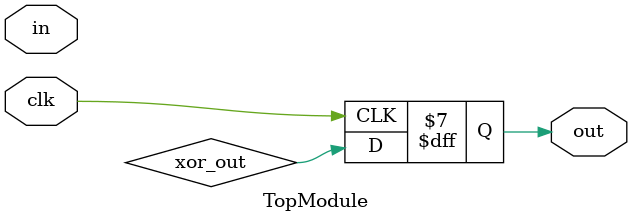
<source format=sv>
module TopModule (
    input logic clk,     // Clock signal, 1-bit
    input logic in,      // Input signal, 1-bit
    output logic out     // Output signal, 1-bit, driven by a D flip-flop
);

    initial begin
        out = 1'b0; // Initialize output to 0
    end

    always @(*) begin
        logic xor_out;
        xor_out = in ^ out; // XOR operation
    end

    always @(posedge clk) begin
        out <= xor_out; // D flip-flop operation
    end

endmodule
</source>
